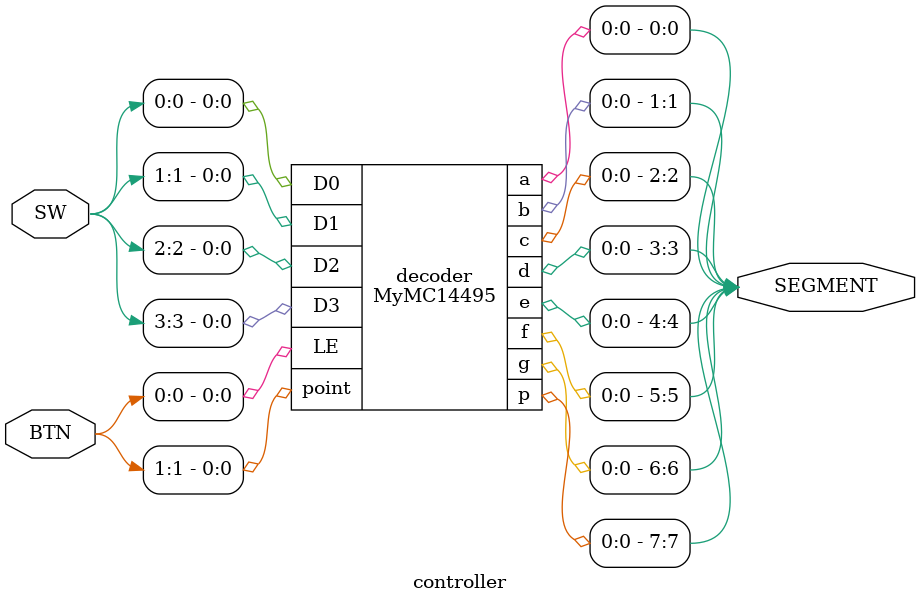
<source format=v>
module MyMC14495 (
    input wire D0, D1, D2, D3,
    input wire LE, point,
    output wire a, b, c, d, e, f, g, p
);

    assign D0n = ~D0;
    assign D1n = ~D1;
    assign D2n = ~D2;
    assign D3n = ~D3;

    assign a = LE | ((D3n & D2n & D1n & D0) | (D3n & D2 & D1n & D0n) | (D3 & D2n & D1 & D0) | (D3 & D2 & D1n & D0));
    assign b = LE | ((D3n & D2 & D1n & D0) | (D2 & D1 & D0n) | (D3 & D2 & D0n) | (D3 & D1 & D0));
    assign c = LE | ((D3n & D2n & D1 & D0n) | (D3 & D2 & D0n) | (D3 & D2 & D1));
    assign d = LE | ((D3n & D2n & D1n & D0) | (D3n & D2 & D1n & D0n) | (D2 & D1 & D0) | (D3 & D2n & D1 & D0n));
    assign e = LE | ((D3n & D0) | (D3n & D2 & D1n) | (D2n & D1n & D0));
    assign f = LE | ((D3n & D2n & D0) | (D3n & D2n & D1) | (D3n & D1 & D0) | (D3 & D2 & D1n & D0));
    assign g = LE | ((D3n & D2n & D1n) | (D3n & D2 & D1 & D0) | (D3 & D2 & D1n & D0n));

    assign p = ~point;
endmodule

module controller (
    input wire [7 : 0] SW,
    input wire [1 : 0] BTN,
    output wire [7 : 0] SEGMENT
);
    
    MyMC14495 decoder(
        .D0(SW[0]),
        .D1(SW[1]),
        .D2(SW[2]),
        .D3(SW[3]),
        .point(BTN[1]),
        .LE(BTN[0]),
        .a(SEGMENT[0]),
        .b(SEGMENT[1]),
        .c(SEGMENT[2]),
        .d(SEGMENT[3]),
        .e(SEGMENT[4]),
        .f(SEGMENT[5]),
        .g(SEGMENT[6]),
        .p(SEGMENT[7])
    );

endmodule
</source>
